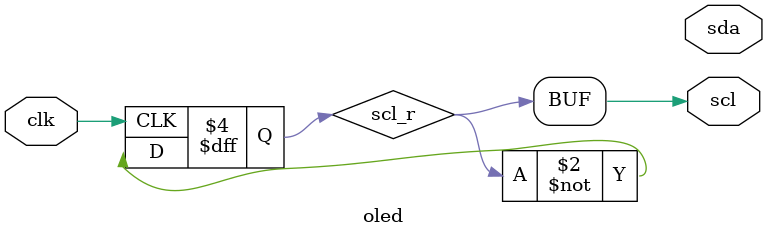
<source format=v>
`timescale 1ns / 1ps


module oled(
    input clk,
    output sda,
    output scl
    );
    
    reg scl_r = 0;
    always @ (posedge clk) scl_r <= ~scl_r;
    assign scl=scl_r;
    
endmodule

</source>
